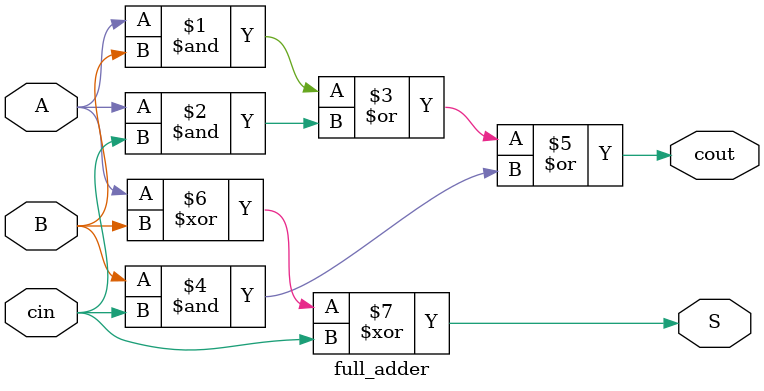
<source format=v>
module mux(LEDR, SW);
    input [9:0] SW;
    output [9:0] LEDR;
	 wire connect1, connect2, connect3;

    full_adder a(
        .A(SW[1]),
		  .B(SW[2]),
		  .cin(SW[0]),
		  .S(LEDR[0]),
		  .cout(connect1)
        );
		  
    full_adder b(
        .A(SW[3]),
		  .B(SW[4]),
		  .cin(connect1),
		  .S(LEDR[1]),
		  .cout(connect2)
        );

     full_adder c(
        .A(SW[5]),
		  .B(SW[6]),
		  .cin(connect2),
		  .S(LEDR[2]),
		  .cout(connect3)
        );  
		  
	  full_adder d(
        .A(SW[7]),
		  .B(SW[8]),
		  .cin(connect3),
		  .S(LEDR[3]),
		  .cout(LEDR[4])
        );  
endmodule

module full_adder(A, B, cin, S, cout);
    input A; 
    input B;
	 input cin; 
    output S;
	 output cout;
  
    assign cout = A&B | A&cin | B&cin;
	 assign S = A ^ B ^ cin;

endmodule


</source>
